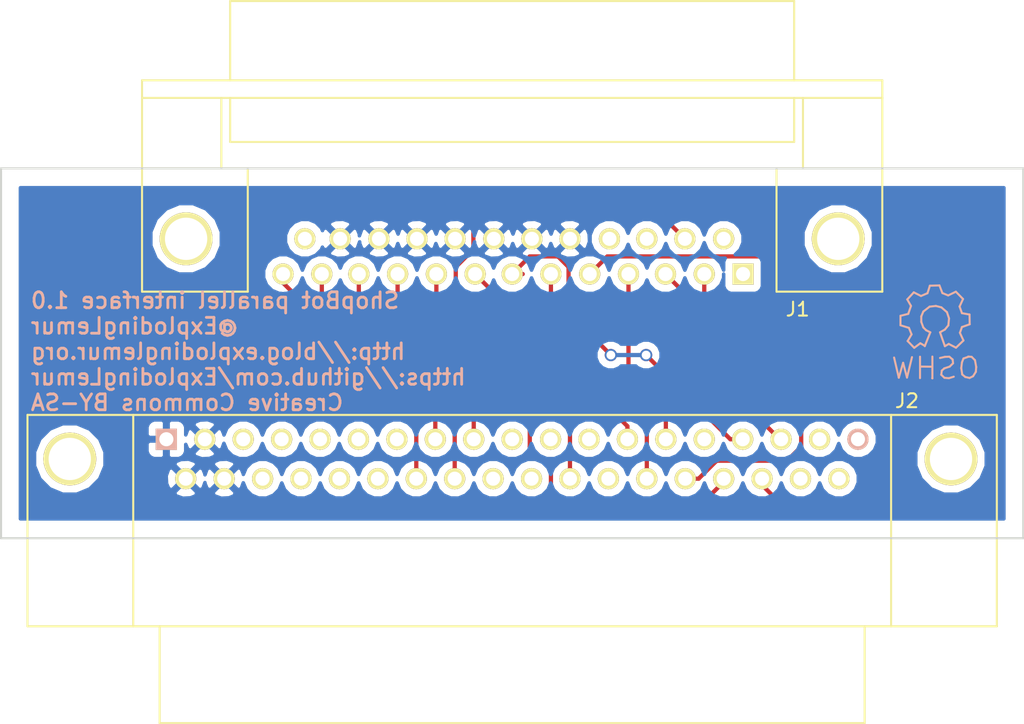
<source format=kicad_pcb>
(kicad_pcb (version 4) (host pcbnew "(2014-08-05 BZR 5054)-product")

  (general
    (links 23)
    (no_connects 0)
    (area 114.224999 56.236799 193.411655 108.863201)
    (thickness 1.6)
    (drawings 5)
    (tracks 71)
    (zones 0)
    (modules 3)
    (nets 40)
  )

  (page A4)
  (layers
    (0 F.Cu signal)
    (31 B.Cu signal)
    (32 B.Adhes user)
    (33 F.Adhes user)
    (34 B.Paste user)
    (35 F.Paste user)
    (36 B.SilkS user)
    (37 F.SilkS user)
    (38 B.Mask user)
    (39 F.Mask user)
    (40 Dwgs.User user)
    (41 Cmts.User user)
    (42 Eco1.User user)
    (43 Eco2.User user)
    (44 Edge.Cuts user)
    (45 Margin user)
    (46 B.CrtYd user)
    (47 F.CrtYd user)
    (48 B.Fab user)
    (49 F.Fab user)
  )

  (setup
    (last_trace_width 0.3048)
    (trace_clearance 0.2032)
    (zone_clearance 0.508)
    (zone_45_only no)
    (trace_min 0.254)
    (segment_width 0.2)
    (edge_width 0.1)
    (via_size 0.889)
    (via_drill 0.635)
    (via_min_size 0.889)
    (via_min_drill 0.508)
    (uvia_size 0.508)
    (uvia_drill 0.127)
    (uvias_allowed no)
    (uvia_min_size 0.508)
    (uvia_min_drill 0.127)
    (pcb_text_width 0.3)
    (pcb_text_size 1.5 1.5)
    (mod_edge_width 0.15)
    (mod_text_size 1 1)
    (mod_text_width 0.15)
    (pad_size 1.5 1.5)
    (pad_drill 0.6)
    (pad_to_mask_clearance 0)
    (aux_axis_origin 0 0)
    (visible_elements FFFFFF7F)
    (pcbplotparams
      (layerselection 0x010f0_80000001)
      (usegerberextensions true)
      (excludeedgelayer true)
      (linewidth 0.100000)
      (plotframeref false)
      (viasonmask false)
      (mode 1)
      (useauxorigin false)
      (hpglpennumber 1)
      (hpglpenspeed 20)
      (hpglpendiameter 15)
      (hpglpenoverlay 2)
      (psnegative false)
      (psa4output false)
      (plotreference true)
      (plotvalue true)
      (plotinvisibletext false)
      (padsonsilk false)
      (subtractmaskfromsilk false)
      (outputformat 1)
      (mirror false)
      (drillshape 0)
      (scaleselection 1)
      (outputdirectory /home/change/Documents/kicad/shopbot-interface/gerbers/))
  )

  (net 0 "")
  (net 1 IN_4)
  (net 2 IN_3)
  (net 3 IN_2)
  (net 4 IN_1)
  (net 5 A_DIR)
  (net 6 A_STEP)
  (net 7 Z_DIR)
  (net 8 Z_STEP)
  (net 9 Y_DIR)
  (net 10 Y_STEP)
  (net 11 X_DIR)
  (net 12 X_STEP)
  (net 13 "Net-(J1-Pad1)")
  (net 14 "Net-(J1-Pad25)")
  (net 15 GND)
  (net 16 "Net-(J1-Pad17)")
  (net 17 "Net-(J1-Pad16)")
  (net 18 ENABLE)
  (net 19 "Net-(J1-Pad14)")
  (net 20 "Net-(J2-Pad19)")
  (net 21 "Net-(J2-Pad18)")
  (net 22 "Net-(J2-Pad15)")
  (net 23 "Net-(J2-Pad12)")
  (net 24 IN_5)
  (net 25 IN_7)
  (net 26 "Net-(J2-Pad7)")
  (net 27 "Net-(J2-Pad6)")
  (net 28 "Net-(J2-Pad5)")
  (net 29 "Net-(J2-Pad4)")
  (net 30 "Net-(J2-Pad3)")
  (net 31 "Net-(J2-Pad37)")
  (net 32 "Net-(J2-Pad36)")
  (net 33 "Net-(J2-Pad31)")
  (net 34 IN_6)
  (net 35 IN_8)
  (net 36 "Net-(J2-Pad25)")
  (net 37 "Net-(J2-Pad24)")
  (net 38 "Net-(J2-Pad23)")
  (net 39 "Net-(J2-Pad22)")

  (net_class Default "This is the default net class."
    (clearance 0.2032)
    (trace_width 0.3048)
    (via_dia 0.889)
    (via_drill 0.635)
    (uvia_dia 0.508)
    (uvia_drill 0.127)
    (add_net A_DIR)
    (add_net A_STEP)
    (add_net ENABLE)
    (add_net GND)
    (add_net IN_1)
    (add_net IN_2)
    (add_net IN_3)
    (add_net IN_4)
    (add_net IN_5)
    (add_net IN_6)
    (add_net IN_7)
    (add_net IN_8)
    (add_net "Net-(J1-Pad1)")
    (add_net "Net-(J1-Pad14)")
    (add_net "Net-(J1-Pad16)")
    (add_net "Net-(J1-Pad17)")
    (add_net "Net-(J1-Pad25)")
    (add_net "Net-(J2-Pad12)")
    (add_net "Net-(J2-Pad15)")
    (add_net "Net-(J2-Pad18)")
    (add_net "Net-(J2-Pad19)")
    (add_net "Net-(J2-Pad22)")
    (add_net "Net-(J2-Pad23)")
    (add_net "Net-(J2-Pad24)")
    (add_net "Net-(J2-Pad25)")
    (add_net "Net-(J2-Pad3)")
    (add_net "Net-(J2-Pad31)")
    (add_net "Net-(J2-Pad36)")
    (add_net "Net-(J2-Pad37)")
    (add_net "Net-(J2-Pad4)")
    (add_net "Net-(J2-Pad5)")
    (add_net "Net-(J2-Pad6)")
    (add_net "Net-(J2-Pad7)")
    (add_net X_DIR)
    (add_net X_STEP)
    (add_net Y_DIR)
    (add_net Y_STEP)
    (add_net Z_DIR)
    (add_net Z_STEP)
  )

  (module Connect:DB25MC (layer F.Cu) (tedit 55D67D3F) (tstamp 55D66DAF)
    (at 151.13 74.93)
    (descr "Connecteur DB25 MALE couche")
    (tags "CONN DB25")
    (path /55D51A5A)
    (fp_text reference J1 (at 20.574 3.81) (layer F.SilkS)
      (effects (font (size 1 1) (thickness 0.15)))
    )
    (fp_text value DB25 (at 0 -6.35) (layer F.Fab) hide
      (effects (font (size 1 1) (thickness 0.15)))
    )
    (fp_line (start 26.67 -11.43) (end 26.67 2.54) (layer F.SilkS) (width 0.15))
    (fp_line (start 19.05 -6.35) (end 19.05 2.54) (layer F.SilkS) (width 0.15))
    (fp_line (start 20.955 -11.43) (end 20.955 -6.35) (layer F.SilkS) (width 0.15))
    (fp_line (start -20.955 -11.43) (end -20.955 -6.35) (layer F.SilkS) (width 0.15))
    (fp_line (start -19.05 -6.35) (end -19.05 2.54) (layer F.SilkS) (width 0.15))
    (fp_line (start -26.67 2.54) (end -26.67 -11.43) (layer F.SilkS) (width 0.15))
    (fp_line (start 26.67 -6.35) (end 19.05 -6.35) (layer F.SilkS) (width 0.15))
    (fp_line (start -26.67 -6.35) (end -19.05 -6.35) (layer F.SilkS) (width 0.15))
    (fp_line (start 20.32 -8.255) (end 20.32 -11.43) (layer F.SilkS) (width 0.15))
    (fp_line (start -20.32 -8.255) (end -20.32 -11.43) (layer F.SilkS) (width 0.15))
    (fp_line (start 20.32 -18.415) (end 20.32 -12.7) (layer F.SilkS) (width 0.15))
    (fp_line (start -20.32 -18.415) (end -20.32 -12.7) (layer F.SilkS) (width 0.15))
    (fp_line (start 26.67 -11.43) (end 26.67 -12.7) (layer F.SilkS) (width 0.15))
    (fp_line (start 26.67 -12.7) (end -26.67 -12.7) (layer F.SilkS) (width 0.15))
    (fp_line (start -26.67 -12.7) (end -26.67 -11.43) (layer F.SilkS) (width 0.15))
    (fp_line (start -26.67 -11.43) (end 26.67 -11.43) (layer F.SilkS) (width 0.15))
    (fp_line (start 19.05 2.54) (end 26.67 2.54) (layer F.SilkS) (width 0.15))
    (fp_line (start -20.32 -8.255) (end 20.32 -8.255) (layer F.SilkS) (width 0.15))
    (fp_line (start -20.32 -18.415) (end 20.32 -18.415) (layer F.SilkS) (width 0.15))
    (fp_line (start -26.67 2.54) (end -19.05 2.54) (layer F.SilkS) (width 0.15))
    (pad "" thru_hole circle (at 23.495 -1.27) (size 3.81 3.81) (drill 3.048) (layers *.Cu *.Mask F.SilkS))
    (pad "" thru_hole circle (at -23.495 -1.27) (size 3.81 3.81) (drill 3.048) (layers *.Cu *.Mask F.SilkS))
    (pad 13 thru_hole circle (at -16.51 1.27) (size 1.524 1.524) (drill 1.016) (layers *.Cu *.Mask F.SilkS)
      (net 1 IN_4))
    (pad 12 thru_hole circle (at -13.716 1.27) (size 1.524 1.524) (drill 1.016) (layers *.Cu *.Mask F.SilkS)
      (net 2 IN_3))
    (pad 11 thru_hole circle (at -11.049 1.27) (size 1.524 1.524) (drill 1.016) (layers *.Cu *.Mask F.SilkS)
      (net 3 IN_2))
    (pad 10 thru_hole circle (at -8.255 1.27) (size 1.524 1.524) (drill 1.016) (layers *.Cu *.Mask F.SilkS)
      (net 4 IN_1))
    (pad 9 thru_hole circle (at -5.461 1.27) (size 1.524 1.524) (drill 1.016) (layers *.Cu *.Mask F.SilkS)
      (net 5 A_DIR))
    (pad 8 thru_hole circle (at -2.667 1.27) (size 1.524 1.524) (drill 1.016) (layers *.Cu *.Mask F.SilkS)
      (net 6 A_STEP))
    (pad 7 thru_hole circle (at 0 1.27) (size 1.524 1.524) (drill 1.016) (layers *.Cu *.Mask F.SilkS)
      (net 7 Z_DIR))
    (pad 6 thru_hole circle (at 2.794 1.27) (size 1.524 1.524) (drill 1.016) (layers *.Cu *.Mask F.SilkS)
      (net 8 Z_STEP))
    (pad 5 thru_hole circle (at 5.588 1.27) (size 1.524 1.524) (drill 1.016) (layers *.Cu *.Mask F.SilkS)
      (net 9 Y_DIR))
    (pad 4 thru_hole circle (at 8.382 1.27) (size 1.524 1.524) (drill 1.016) (layers *.Cu *.Mask F.SilkS)
      (net 10 Y_STEP))
    (pad 3 thru_hole circle (at 11.049 1.27) (size 1.524 1.524) (drill 1.016) (layers *.Cu *.Mask F.SilkS)
      (net 11 X_DIR))
    (pad 2 thru_hole circle (at 13.843 1.27) (size 1.524 1.524) (drill 1.016) (layers *.Cu *.Mask F.SilkS)
      (net 12 X_STEP))
    (pad 1 thru_hole rect (at 16.637 1.27) (size 1.524 1.524) (drill 1.016) (layers *.Cu *.Mask F.SilkS)
      (net 13 "Net-(J1-Pad1)"))
    (pad 25 thru_hole circle (at -14.9352 -1.27) (size 1.524 1.524) (drill 1.016) (layers *.Cu *.Mask F.SilkS)
      (net 14 "Net-(J1-Pad25)"))
    (pad 24 thru_hole circle (at -12.3952 -1.27) (size 1.524 1.524) (drill 1.016) (layers *.Cu *.Mask F.SilkS)
      (net 15 GND))
    (pad 23 thru_hole circle (at -9.6012 -1.27) (size 1.524 1.524) (drill 1.016) (layers *.Cu *.Mask F.SilkS)
      (net 15 GND))
    (pad 22 thru_hole circle (at -6.858 -1.27) (size 1.524 1.524) (drill 1.016) (layers *.Cu *.Mask F.SilkS)
      (net 15 GND))
    (pad 21 thru_hole circle (at -4.1148 -1.27) (size 1.524 1.524) (drill 1.016) (layers *.Cu *.Mask F.SilkS)
      (net 15 GND))
    (pad 20 thru_hole circle (at -1.3208 -1.27) (size 1.524 1.524) (drill 1.016) (layers *.Cu *.Mask F.SilkS)
      (net 15 GND))
    (pad 19 thru_hole circle (at 1.4224 -1.27) (size 1.524 1.524) (drill 1.016) (layers *.Cu *.Mask F.SilkS)
      (net 15 GND))
    (pad 18 thru_hole circle (at 4.1656 -1.27) (size 1.524 1.524) (drill 1.016) (layers *.Cu *.Mask F.SilkS)
      (net 15 GND))
    (pad 17 thru_hole circle (at 7.0104 -1.27) (size 1.524 1.524) (drill 1.016) (layers *.Cu *.Mask F.SilkS)
      (net 16 "Net-(J1-Pad17)"))
    (pad 16 thru_hole circle (at 9.7028 -1.27) (size 1.524 1.524) (drill 1.016) (layers *.Cu *.Mask F.SilkS)
      (net 17 "Net-(J1-Pad16)"))
    (pad 15 thru_hole circle (at 12.446 -1.27) (size 1.524 1.524) (drill 1.016) (layers *.Cu *.Mask F.SilkS)
      (net 18 ENABLE))
    (pad 14 thru_hole circle (at 15.24 -1.27) (size 1.524 1.524) (drill 1.016) (layers *.Cu *.Mask F.SilkS)
      (net 19 "Net-(J1-Pad14)"))
    (model Connect.3dshapes/DB25MC.wrl
      (at (xyz 0 0 0))
      (scale (xyz 1 1 1))
      (rotate (xyz 0 0 0))
    )
  )

  (module "My Library:DB37MC" (layer F.Cu) (tedit 55D67D47) (tstamp 55D66DDA)
    (at 151.13 89.535 180)
    (descr "Connecteur DB37 femelle couche")
    (tags "CONN DB37")
    (path /55D51AFE)
    (fp_text reference J2 (at -28.448 4.191 360) (layer F.SilkS)
      (effects (font (size 1 1) (thickness 0.15)))
    )
    (fp_text value DB37 (at 0 -7.62 180) (layer F.Fab) hide
      (effects (font (size 1 1) (thickness 0.15)))
    )
    (fp_line (start 34.925 3.175) (end -34.925 3.175) (layer F.SilkS) (width 0.15))
    (fp_line (start -34.925 3.175) (end -34.925 -12.065) (layer F.SilkS) (width 0.15))
    (fp_line (start -34.925 -12.065) (end 34.925 -12.065) (layer F.SilkS) (width 0.15))
    (fp_line (start 34.925 -12.065) (end 34.925 3.175) (layer F.SilkS) (width 0.15))
    (fp_line (start 25.4 -12.065) (end 25.4 -19.05) (layer F.SilkS) (width 0.15))
    (fp_line (start 25.4 -19.05) (end -25.4 -19.05) (layer F.SilkS) (width 0.15))
    (fp_line (start -25.4 -19.05) (end -25.4 -12.065) (layer F.SilkS) (width 0.15))
    (fp_line (start 27.305 -12.065) (end 27.305 3.175) (layer F.SilkS) (width 0.15))
    (fp_line (start -27.305 -12.065) (end -27.305 3.175) (layer F.SilkS) (width 0.15))
    (pad 19 thru_hole circle (at -24.9174 1.4224) (size 1.524 1.524) (drill 1.016) (layers *.Cu *.SilkS *.Mask)
      (net 20 "Net-(J2-Pad19)"))
    (pad 18 thru_hole circle (at -22.1488 1.4224) (size 1.524 1.524) (drill 1.016) (layers *.Cu *.Mask F.SilkS)
      (net 21 "Net-(J2-Pad18)"))
    (pad 17 thru_hole circle (at -19.3802 1.4224) (size 1.524 1.524) (drill 1.016) (layers *.Cu *.Mask F.SilkS)
      (net 11 X_DIR))
    (pad 16 thru_hole circle (at -16.6116 1.4224) (size 1.524 1.524) (drill 1.016) (layers *.Cu *.Mask F.SilkS)
      (net 7 Z_DIR))
    (pad 15 thru_hole circle (at -13.843 1.4224) (size 1.524 1.524) (drill 1.016) (layers *.Cu *.Mask F.SilkS)
      (net 22 "Net-(J2-Pad15)"))
    (pad 14 thru_hole circle (at -11.0744 1.4224) (size 1.524 1.524) (drill 1.016) (layers *.Cu *.Mask F.SilkS)
      (net 10 Y_STEP))
    (pad 13 thru_hole circle (at -8.3058 1.4224) (size 1.524 1.524) (drill 1.016) (layers *.Cu *.Mask F.SilkS)
      (net 6 A_STEP))
    (pad 12 thru_hole circle (at -5.5372 1.4224) (size 1.524 1.524) (drill 1.016) (layers *.Cu *.Mask F.SilkS)
      (net 23 "Net-(J2-Pad12)"))
    (pad 11 thru_hole circle (at -2.7686 1.4224) (size 1.524 1.524) (drill 1.016) (layers *.Cu *.Mask F.SilkS)
      (net 24 IN_5))
    (pad ? thru_hole circle (at -31.623 0) (size 3.81 3.81) (drill 3.048) (layers *.Cu *.Mask F.SilkS))
    (pad ? thru_hole circle (at 31.877 0) (size 3.81 3.81) (drill 3.048) (layers *.Cu *.Mask F.SilkS))
    (pad 10 thru_hole circle (at 0 1.4224) (size 1.524 1.524) (drill 1.016) (layers *.Cu *.Mask F.SilkS)
      (net 25 IN_7))
    (pad 9 thru_hole circle (at 2.7686 1.4224) (size 1.524 1.524) (drill 1.016) (layers *.Cu *.Mask F.SilkS)
      (net 4 IN_1))
    (pad 8 thru_hole circle (at 5.5372 1.4224) (size 1.524 1.524) (drill 1.016) (layers *.Cu *.Mask F.SilkS)
      (net 2 IN_3))
    (pad 7 thru_hole circle (at 8.3058 1.4224) (size 1.524 1.524) (drill 1.016) (layers *.Cu *.Mask F.SilkS)
      (net 26 "Net-(J2-Pad7)"))
    (pad 6 thru_hole circle (at 11.0744 1.4224) (size 1.524 1.524) (drill 1.016) (layers *.Cu *.Mask F.SilkS)
      (net 27 "Net-(J2-Pad6)"))
    (pad 5 thru_hole circle (at 13.843 1.4224) (size 1.524 1.524) (drill 1.016) (layers *.Cu *.Mask F.SilkS)
      (net 28 "Net-(J2-Pad5)"))
    (pad 4 thru_hole circle (at 16.6116 1.4224) (size 1.524 1.524) (drill 1.016) (layers *.Cu *.Mask F.SilkS)
      (net 29 "Net-(J2-Pad4)"))
    (pad 3 thru_hole circle (at 19.3802 1.4224) (size 1.524 1.524) (drill 1.016) (layers *.Cu *.Mask F.SilkS)
      (net 30 "Net-(J2-Pad3)"))
    (pad 2 thru_hole circle (at 22.1488 1.4224) (size 1.524 1.524) (drill 1.016) (layers *.Cu *.Mask F.SilkS)
      (net 15 GND))
    (pad 1 thru_hole rect (at 24.9174 1.4224) (size 1.524 1.524) (drill 1.016) (layers *.Cu *.SilkS *.Mask)
      (net 15 GND))
    (pad 37 thru_hole circle (at -23.5458 -1.4224) (size 1.524 1.524) (drill 1.016) (layers *.Cu *.Mask F.SilkS)
      (net 31 "Net-(J2-Pad37)"))
    (pad 36 thru_hole circle (at -20.7772 -1.4224) (size 1.524 1.524) (drill 1.016) (layers *.Cu *.Mask F.SilkS)
      (net 32 "Net-(J2-Pad36)"))
    (pad 35 thru_hole circle (at -18.0086 -1.4224) (size 1.524 1.524) (drill 1.016) (layers *.Cu *.Mask F.SilkS)
      (net 9 Y_DIR))
    (pad 34 thru_hole circle (at -15.24 -1.4224) (size 1.524 1.524) (drill 1.016) (layers *.Cu *.Mask F.SilkS)
      (net 5 A_DIR))
    (pad 33 thru_hole circle (at -12.4714 -1.4224) (size 1.524 1.524) (drill 1.016) (layers *.Cu *.Mask F.SilkS)
      (net 12 X_STEP))
    (pad 32 thru_hole circle (at -9.7028 -1.4224) (size 1.524 1.524) (drill 1.016) (layers *.Cu *.Mask F.SilkS)
      (net 8 Z_STEP))
    (pad 31 thru_hole circle (at -6.9342 -1.4224) (size 1.524 1.524) (drill 1.016) (layers *.Cu *.Mask F.SilkS)
      (net 33 "Net-(J2-Pad31)"))
    (pad 30 thru_hole circle (at -4.1656 -1.4224) (size 1.524 1.524) (drill 1.016) (layers *.Cu *.Mask F.SilkS)
      (net 18 ENABLE))
    (pad 29 thru_hole circle (at -1.397 -1.4224) (size 1.524 1.524) (drill 1.016) (layers *.Cu *.Mask F.SilkS)
      (net 34 IN_6))
    (pad 28 thru_hole circle (at 1.3716 -1.4224) (size 1.524 1.524) (drill 1.016) (layers *.Cu *.Mask F.SilkS)
      (net 35 IN_8))
    (pad 27 thru_hole circle (at 4.1402 -1.4224) (size 1.524 1.524) (drill 1.016) (layers *.Cu *.Mask F.SilkS)
      (net 3 IN_2))
    (pad 26 thru_hole circle (at 6.9088 -1.4224) (size 1.524 1.524) (drill 1.016) (layers *.Cu *.Mask F.SilkS)
      (net 1 IN_4))
    (pad 25 thru_hole circle (at 9.6774 -1.4224) (size 1.524 1.524) (drill 1.016) (layers *.Cu *.Mask F.SilkS)
      (net 36 "Net-(J2-Pad25)"))
    (pad 24 thru_hole circle (at 12.446 -1.4224) (size 1.524 1.524) (drill 1.016) (layers *.Cu *.Mask F.SilkS)
      (net 37 "Net-(J2-Pad24)"))
    (pad 23 thru_hole circle (at 15.2146 -1.4224) (size 1.524 1.524) (drill 1.016) (layers *.Cu *.Mask F.SilkS)
      (net 38 "Net-(J2-Pad23)"))
    (pad 22 thru_hole circle (at 17.9832 -1.4224) (size 1.524 1.524) (drill 1.016) (layers *.Cu *.Mask F.SilkS)
      (net 39 "Net-(J2-Pad22)"))
    (pad 21 thru_hole circle (at 20.7518 -1.4224) (size 1.524 1.524) (drill 1.016) (layers *.Cu *.Mask F.SilkS)
      (net 15 GND))
    (pad 20 thru_hole circle (at 23.5204 -1.4224) (size 1.524 1.524) (drill 1.016) (layers *.Cu *.Mask F.SilkS)
      (net 15 GND))
    (model Connect.3dshapes/DB37FC.wrl
      (at (xyz 0 0 0))
      (scale (xyz 1 1 1))
      (rotate (xyz 0 0 0))
    )
  )

  (module "My Library:Symbol_OSHW-Logo_SilkScreen" (layer B.Cu) (tedit 55D682AA) (tstamp 55D6835B)
    (at 181.61 79.502 180)
    (descr "Symbol, OSHW-Logo, Silk Screen,")
    (tags "Symbol, OSHW-Logo, Silk Screen,")
    (fp_text reference REF** (at 0.09906 4.38912 180) (layer B.SilkS) hide
      (effects (font (size 1 1) (thickness 0.15)) (justify mirror))
    )
    (fp_text value Symbol_OSHW-Logo_SilkScreen (at 0.30988 -6.56082 180) (layer B.Fab) hide
      (effects (font (size 1 1) (thickness 0.15)) (justify mirror))
    )
    (fp_line (start 1.66878 -2.68986) (end 2.02946 -4.16052) (layer B.SilkS) (width 0.15))
    (fp_line (start 2.02946 -4.16052) (end 2.30886 -3.0988) (layer B.SilkS) (width 0.15))
    (fp_line (start 2.30886 -3.0988) (end 2.61874 -4.17068) (layer B.SilkS) (width 0.15))
    (fp_line (start 2.61874 -4.17068) (end 2.9591 -2.72034) (layer B.SilkS) (width 0.15))
    (fp_line (start 0.24892 -3.38074) (end 1.03886 -3.37058) (layer B.SilkS) (width 0.15))
    (fp_line (start 1.03886 -3.37058) (end 1.04902 -3.38074) (layer B.SilkS) (width 0.15))
    (fp_line (start 1.04902 -3.38074) (end 1.04902 -3.37058) (layer B.SilkS) (width 0.15))
    (fp_line (start 1.08966 -2.65938) (end 1.08966 -4.20116) (layer B.SilkS) (width 0.15))
    (fp_line (start 0.20066 -2.64922) (end 0.20066 -4.21894) (layer B.SilkS) (width 0.15))
    (fp_line (start 0.20066 -4.21894) (end 0.21082 -4.20878) (layer B.SilkS) (width 0.15))
    (fp_line (start -0.35052 -2.75082) (end -0.70104 -2.66954) (layer B.SilkS) (width 0.15))
    (fp_line (start -0.70104 -2.66954) (end -1.02108 -2.65938) (layer B.SilkS) (width 0.15))
    (fp_line (start -1.02108 -2.65938) (end -1.25984 -2.86004) (layer B.SilkS) (width 0.15))
    (fp_line (start -1.25984 -2.86004) (end -1.29032 -3.12928) (layer B.SilkS) (width 0.15))
    (fp_line (start -1.29032 -3.12928) (end -1.04902 -3.37058) (layer B.SilkS) (width 0.15))
    (fp_line (start -1.04902 -3.37058) (end -0.6604 -3.50012) (layer B.SilkS) (width 0.15))
    (fp_line (start -0.6604 -3.50012) (end -0.48006 -3.66014) (layer B.SilkS) (width 0.15))
    (fp_line (start -0.48006 -3.66014) (end -0.43942 -3.95986) (layer B.SilkS) (width 0.15))
    (fp_line (start -0.43942 -3.95986) (end -0.67056 -4.18084) (layer B.SilkS) (width 0.15))
    (fp_line (start -0.67056 -4.18084) (end -0.9906 -4.20878) (layer B.SilkS) (width 0.15))
    (fp_line (start -0.9906 -4.20878) (end -1.34112 -4.09956) (layer B.SilkS) (width 0.15))
    (fp_line (start -2.37998 -2.64922) (end -2.6289 -2.66954) (layer B.SilkS) (width 0.15))
    (fp_line (start -2.6289 -2.66954) (end -2.8702 -2.91084) (layer B.SilkS) (width 0.15))
    (fp_line (start -2.8702 -2.91084) (end -2.9591 -3.40106) (layer B.SilkS) (width 0.15))
    (fp_line (start -2.9591 -3.40106) (end -2.93116 -3.74904) (layer B.SilkS) (width 0.15))
    (fp_line (start -2.93116 -3.74904) (end -2.7305 -4.06908) (layer B.SilkS) (width 0.15))
    (fp_line (start -2.7305 -4.06908) (end -2.47904 -4.191) (layer B.SilkS) (width 0.15))
    (fp_line (start -2.47904 -4.191) (end -2.16916 -4.11988) (layer B.SilkS) (width 0.15))
    (fp_line (start -2.16916 -4.11988) (end -1.95072 -3.93954) (layer B.SilkS) (width 0.15))
    (fp_line (start -1.95072 -3.93954) (end -1.8796 -3.4798) (layer B.SilkS) (width 0.15))
    (fp_line (start -1.8796 -3.4798) (end -1.9304 -3.07086) (layer B.SilkS) (width 0.15))
    (fp_line (start -1.9304 -3.07086) (end -2.03962 -2.78892) (layer B.SilkS) (width 0.15))
    (fp_line (start -2.03962 -2.78892) (end -2.4003 -2.65938) (layer B.SilkS) (width 0.15))
    (fp_line (start -1.78054 -0.92964) (end -2.03962 -1.49098) (layer B.SilkS) (width 0.15))
    (fp_line (start -2.03962 -1.49098) (end -1.50114 -2.00914) (layer B.SilkS) (width 0.15))
    (fp_line (start -1.50114 -2.00914) (end -0.98044 -1.7399) (layer B.SilkS) (width 0.15))
    (fp_line (start -0.98044 -1.7399) (end -0.70104 -1.89992) (layer B.SilkS) (width 0.15))
    (fp_line (start 0.73914 -1.8796) (end 1.06934 -1.6891) (layer B.SilkS) (width 0.15))
    (fp_line (start 1.06934 -1.6891) (end 1.50876 -2.0193) (layer B.SilkS) (width 0.15))
    (fp_line (start 1.50876 -2.0193) (end 1.9812 -1.52908) (layer B.SilkS) (width 0.15))
    (fp_line (start 1.9812 -1.52908) (end 1.69926 -1.04902) (layer B.SilkS) (width 0.15))
    (fp_line (start 1.69926 -1.04902) (end 1.88976 -0.57912) (layer B.SilkS) (width 0.15))
    (fp_line (start 1.88976 -0.57912) (end 2.49936 -0.39116) (layer B.SilkS) (width 0.15))
    (fp_line (start 2.49936 -0.39116) (end 2.49936 0.28956) (layer B.SilkS) (width 0.15))
    (fp_line (start 2.49936 0.28956) (end 1.94056 0.42926) (layer B.SilkS) (width 0.15))
    (fp_line (start 1.94056 0.42926) (end 1.7399 1.00076) (layer B.SilkS) (width 0.15))
    (fp_line (start 1.7399 1.00076) (end 2.00914 1.47066) (layer B.SilkS) (width 0.15))
    (fp_line (start 2.00914 1.47066) (end 1.53924 1.9812) (layer B.SilkS) (width 0.15))
    (fp_line (start 1.53924 1.9812) (end 1.02108 1.71958) (layer B.SilkS) (width 0.15))
    (fp_line (start 1.02108 1.71958) (end 0.55118 1.92024) (layer B.SilkS) (width 0.15))
    (fp_line (start 0.55118 1.92024) (end 0.381 2.46126) (layer B.SilkS) (width 0.15))
    (fp_line (start 0.381 2.46126) (end -0.30988 2.47904) (layer B.SilkS) (width 0.15))
    (fp_line (start -0.30988 2.47904) (end -0.5207 1.9304) (layer B.SilkS) (width 0.15))
    (fp_line (start -0.5207 1.9304) (end -0.9398 1.76022) (layer B.SilkS) (width 0.15))
    (fp_line (start -0.9398 1.76022) (end -1.49098 2.02946) (layer B.SilkS) (width 0.15))
    (fp_line (start -1.49098 2.02946) (end -2.00914 1.50114) (layer B.SilkS) (width 0.15))
    (fp_line (start -2.00914 1.50114) (end -1.76022 0.96012) (layer B.SilkS) (width 0.15))
    (fp_line (start -1.76022 0.96012) (end -1.9304 0.48006) (layer B.SilkS) (width 0.15))
    (fp_line (start -1.9304 0.48006) (end -2.47904 0.381) (layer B.SilkS) (width 0.15))
    (fp_line (start -2.47904 0.381) (end -2.4892 -0.32004) (layer B.SilkS) (width 0.15))
    (fp_line (start -2.4892 -0.32004) (end -1.9304 -0.5207) (layer B.SilkS) (width 0.15))
    (fp_line (start -1.9304 -0.5207) (end -1.7907 -0.91948) (layer B.SilkS) (width 0.15))
    (fp_line (start 0.35052 -0.89916) (end 0.65024 -0.7493) (layer B.SilkS) (width 0.15))
    (fp_line (start 0.65024 -0.7493) (end 0.8509 -0.55118) (layer B.SilkS) (width 0.15))
    (fp_line (start 0.8509 -0.55118) (end 1.00076 -0.14986) (layer B.SilkS) (width 0.15))
    (fp_line (start 1.00076 -0.14986) (end 1.00076 0.24892) (layer B.SilkS) (width 0.15))
    (fp_line (start 1.00076 0.24892) (end 0.8509 0.59944) (layer B.SilkS) (width 0.15))
    (fp_line (start 0.8509 0.59944) (end 0.39878 0.94996) (layer B.SilkS) (width 0.15))
    (fp_line (start 0.39878 0.94996) (end -0.0508 1.00076) (layer B.SilkS) (width 0.15))
    (fp_line (start -0.0508 1.00076) (end -0.44958 0.89916) (layer B.SilkS) (width 0.15))
    (fp_line (start -0.44958 0.89916) (end -0.8509 0.55118) (layer B.SilkS) (width 0.15))
    (fp_line (start -0.8509 0.55118) (end -1.00076 0.09906) (layer B.SilkS) (width 0.15))
    (fp_line (start -1.00076 0.09906) (end -0.94996 -0.39878) (layer B.SilkS) (width 0.15))
    (fp_line (start -0.94996 -0.39878) (end -0.70104 -0.70104) (layer B.SilkS) (width 0.15))
    (fp_line (start -0.70104 -0.70104) (end -0.35052 -0.89916) (layer B.SilkS) (width 0.15))
    (fp_line (start -0.35052 -0.89916) (end -0.70104 -1.89992) (layer B.SilkS) (width 0.15))
    (fp_line (start 0.35052 -0.89916) (end 0.7493 -1.89992) (layer B.SilkS) (width 0.15))
  )

  (gr_text "ShopBot parallel interface 1.0\n@ExplodingLemur\nhttp://blog.explodinglemur.org\nhttps://github.com/ExplodingLemur\nCreative Commons BY-SA" (at 116.332 81.788) (layer B.SilkS)
    (effects (font (size 1.143 1.143) (thickness 0.2032)) (justify right mirror))
  )
  (gr_line (start 114.3 95.25) (end 187.96 95.25) (angle 90) (layer Edge.Cuts) (width 0.15))
  (gr_line (start 114.3 68.58) (end 114.3 95.25) (angle 90) (layer Edge.Cuts) (width 0.15))
  (gr_line (start 187.96 68.58) (end 114.3 68.58) (angle 90) (layer Edge.Cuts) (width 0.15))
  (gr_line (start 187.96 95.25) (end 187.96 68.58) (angle 90) (layer Edge.Cuts) (width 0.15))

  (segment (start 134.62 76.835) (end 134.62 76.2) (width 0.3048) (layer B.Cu) (net 1) (tstamp 55D6756F) (status 20))
  (segment (start 134.62 76.835) (end 134.62 76.2) (width 0.3048) (layer F.Cu) (net 1) (tstamp 55D67711))
  (segment (start 144.2212 86.4362) (end 134.62 76.835) (width 0.3048) (layer F.Cu) (net 1) (tstamp 55D6770F))
  (segment (start 144.2212 90.9574) (end 144.2212 86.4362) (width 0.3048) (layer F.Cu) (net 1))
  (segment (start 145.5928 85.9028) (end 137.414 77.724) (width 0.3048) (layer F.Cu) (net 2) (tstamp 55D6771F))
  (segment (start 137.414 77.724) (end 137.414 76.2) (width 0.3048) (layer F.Cu) (net 2) (tstamp 55D67726))
  (segment (start 145.5928 88.1126) (end 145.5928 85.9028) (width 0.3048) (layer F.Cu) (net 2))
  (segment (start 146.9898 85.3948) (end 140.081 78.486) (width 0.3048) (layer F.Cu) (net 3) (tstamp 55D6772A))
  (segment (start 140.081 78.486) (end 140.081 76.2) (width 0.3048) (layer F.Cu) (net 3) (tstamp 55D6772F))
  (segment (start 146.9898 90.9574) (end 146.9898 85.3948) (width 0.3048) (layer F.Cu) (net 3))
  (segment (start 148.3614 84.8614) (end 142.875 79.375) (width 0.3048) (layer F.Cu) (net 4) (tstamp 55D67733))
  (segment (start 142.875 79.375) (end 142.875 76.2) (width 0.3048) (layer F.Cu) (net 4) (tstamp 55D67736))
  (segment (start 148.3614 88.1126) (end 148.3614 84.8614) (width 0.3048) (layer F.Cu) (net 4))
  (segment (start 145.669 79.121) (end 145.669 76.2) (width 0.3048) (layer F.Cu) (net 5) (tstamp 55D67A97))
  (segment (start 152.4 85.852) (end 145.669 79.121) (width 0.3048) (layer F.Cu) (net 5) (tstamp 55D67A91))
  (segment (start 152.4 88.646) (end 152.4 85.852) (width 0.3048) (layer F.Cu) (net 5) (tstamp 55D67A89))
  (segment (start 153.924 90.17) (end 152.4 88.646) (width 0.3048) (layer F.Cu) (net 5) (tstamp 55D67A86))
  (segment (start 153.924 91.694) (end 153.924 90.17) (width 0.3048) (layer F.Cu) (net 5) (tstamp 55D67A83))
  (segment (start 154.94 92.71) (end 153.924 91.694) (width 0.3048) (layer F.Cu) (net 5) (tstamp 55D67A81))
  (segment (start 164.846 92.71) (end 154.94 92.71) (width 0.3048) (layer F.Cu) (net 5) (tstamp 55D67A7C))
  (segment (start 166.37 91.186) (end 164.846 92.71) (width 0.3048) (layer F.Cu) (net 5) (tstamp 55D67A79))
  (segment (start 166.37 90.9574) (end 166.37 91.186) (width 0.3048) (layer F.Cu) (net 5))
  (segment (start 159.4358 87.1728) (end 148.463 76.2) (width 0.3048) (layer F.Cu) (net 6) (tstamp 55D678EA))
  (segment (start 159.4358 88.1126) (end 159.4358 87.1728) (width 0.3048) (layer F.Cu) (net 6))
  (segment (start 151.13 76.2) (end 151.892 76.2) (width 0.3048) (layer F.Cu) (net 7))
  (segment (start 152.4 74.93) (end 151.13 76.2) (width 0.3048) (layer F.Cu) (net 7) (tstamp 55D67B88))
  (segment (start 154.432 74.93) (end 152.4 74.93) (width 0.3048) (layer F.Cu) (net 7) (tstamp 55D67B85))
  (segment (start 155.194 75.692) (end 154.432 74.93) (width 0.3048) (layer F.Cu) (net 7) (tstamp 55D67B83))
  (segment (start 155.194 78.994) (end 155.194 75.692) (width 0.3048) (layer F.Cu) (net 7) (tstamp 55D67B7F))
  (segment (start 158.242 82.042) (end 155.194 78.994) (width 0.3048) (layer F.Cu) (net 7) (tstamp 55D67B7E))
  (via (at 158.242 82.042) (size 0.889) (layers F.Cu B.Cu) (net 7))
  (segment (start 160.782 82.042) (end 158.242 82.042) (width 0.3048) (layer B.Cu) (net 7) (tstamp 55D67B78))
  (via (at 160.782 82.042) (size 0.889) (layers F.Cu B.Cu) (net 7))
  (segment (start 166.8526 88.1126) (end 160.782 82.042) (width 0.3048) (layer F.Cu) (net 7) (tstamp 55D67B72))
  (segment (start 167.7416 88.1126) (end 166.8526 88.1126) (width 0.3048) (layer F.Cu) (net 7))
  (segment (start 160.8328 86.4108) (end 153.924 79.502) (width 0.3048) (layer F.Cu) (net 8) (tstamp 55D678CA))
  (segment (start 153.924 79.502) (end 153.924 76.2) (width 0.3048) (layer F.Cu) (net 8) (tstamp 55D678D1))
  (segment (start 160.8328 90.9574) (end 160.8328 86.4108) (width 0.3048) (layer F.Cu) (net 8))
  (segment (start 157.988 74.93) (end 156.718 76.2) (width 0.3048) (layer F.Cu) (net 9) (tstamp 55D67BC3))
  (segment (start 169.164 74.93) (end 157.988 74.93) (width 0.3048) (layer F.Cu) (net 9) (tstamp 55D67BB9))
  (segment (start 169.672 75.438) (end 169.164 74.93) (width 0.3048) (layer F.Cu) (net 9) (tstamp 55D67BB8))
  (segment (start 169.672 78.994) (end 169.672 75.438) (width 0.3048) (layer F.Cu) (net 9) (tstamp 55D67BB1))
  (segment (start 178.054 87.376) (end 169.672 78.994) (width 0.3048) (layer F.Cu) (net 9) (tstamp 55D67BAB))
  (segment (start 178.054 90.424) (end 178.054 87.376) (width 0.3048) (layer F.Cu) (net 9) (tstamp 55D67BA7))
  (segment (start 175.768 92.71) (end 178.054 90.424) (width 0.3048) (layer F.Cu) (net 9) (tstamp 55D67BA4))
  (segment (start 170.434 92.71) (end 175.768 92.71) (width 0.3048) (layer F.Cu) (net 9) (tstamp 55D67BA0))
  (segment (start 169.1386 91.4146) (end 170.434 92.71) (width 0.3048) (layer F.Cu) (net 9) (tstamp 55D67B98))
  (segment (start 169.1386 90.9574) (end 169.1386 91.4146) (width 0.3048) (layer F.Cu) (net 9))
  (segment (start 162.2044 85.4964) (end 159.512 82.804) (width 0.3048) (layer F.Cu) (net 10) (tstamp 55D6794D))
  (segment (start 159.512 82.804) (end 159.512 76.2) (width 0.3048) (layer F.Cu) (net 10) (tstamp 55D67953))
  (segment (start 162.2044 88.1126) (end 162.2044 85.4964) (width 0.3048) (layer F.Cu) (net 10))
  (segment (start 163.322 77.343) (end 162.179 76.2) (width 0.3048) (layer F.Cu) (net 11) (tstamp 55D67936))
  (segment (start 163.322 81.026) (end 163.322 77.343) (width 0.3048) (layer F.Cu) (net 11) (tstamp 55D67932))
  (segment (start 170.4086 88.1126) (end 163.322 81.026) (width 0.3048) (layer F.Cu) (net 11) (tstamp 55D67926))
  (segment (start 170.5102 88.1126) (end 170.4086 88.1126) (width 0.3048) (layer F.Cu) (net 11))
  (segment (start 164.5666 90.9574) (end 165.862 89.662) (width 0.3048) (layer F.Cu) (net 12) (tstamp 55D67AEE))
  (segment (start 165.862 89.662) (end 170.942 89.662) (width 0.3048) (layer F.Cu) (net 12) (tstamp 55D67AF2))
  (segment (start 170.942 89.662) (end 171.958 88.646) (width 0.3048) (layer F.Cu) (net 12) (tstamp 55D67AFC))
  (segment (start 171.958 88.646) (end 171.958 86.868) (width 0.3048) (layer F.Cu) (net 12) (tstamp 55D67AFD))
  (segment (start 171.958 86.868) (end 164.973 79.883) (width 0.3048) (layer F.Cu) (net 12) (tstamp 55D67AFF))
  (segment (start 164.973 79.883) (end 164.973 76.2) (width 0.3048) (layer F.Cu) (net 12) (tstamp 55D67B0A))
  (segment (start 163.6014 90.9574) (end 164.5666 90.9574) (width 0.3048) (layer F.Cu) (net 12))
  (segment (start 155.2956 85.9536) (end 147.066 77.724) (width 0.3048) (layer F.Cu) (net 18) (tstamp 55D67B3A))
  (segment (start 147.066 77.724) (end 147.066 75.692) (width 0.3048) (layer F.Cu) (net 18) (tstamp 55D67B43))
  (segment (start 147.066 75.692) (end 148.082 74.676) (width 0.3048) (layer F.Cu) (net 18) (tstamp 55D67B45))
  (segment (start 148.082 74.676) (end 148.336 74.422) (width 0.3048) (layer F.Cu) (net 18) (tstamp 55D67B48))
  (segment (start 148.336 74.422) (end 148.336 72.644) (width 0.3048) (layer F.Cu) (net 18) (tstamp 55D67B4A))
  (segment (start 148.336 72.644) (end 149.352 71.628) (width 0.3048) (layer F.Cu) (net 18) (tstamp 55D67B4F))
  (segment (start 149.352 71.628) (end 161.544 71.628) (width 0.3048) (layer F.Cu) (net 18) (tstamp 55D67B54))
  (segment (start 161.544 71.628) (end 163.576 73.66) (width 0.3048) (layer F.Cu) (net 18) (tstamp 55D67B5B))
  (segment (start 155.2956 90.9574) (end 155.2956 85.9536) (width 0.3048) (layer F.Cu) (net 18))

  (zone (net 15) (net_name GND) (layer B.Cu) (tstamp 55D674B7) (hatch edge 0.508)
    (connect_pads (clearance 0.508))
    (min_thickness 0.254)
    (fill yes (arc_segments 16) (thermal_gap 0.508) (thermal_bridge_width 0.508))
    (polygon
      (pts
        (xy 115.57 69.85) (xy 115.57 93.98) (xy 186.69 93.98) (xy 186.69 69.85)
      )
    )
    (filled_polygon
      (pts
        (xy 186.563 93.853) (xy 185.29344 93.853) (xy 185.29344 89.031979) (xy 184.907563 88.098085) (xy 184.193673 87.382948)
        (xy 183.260454 86.995441) (xy 182.249979 86.99456) (xy 181.316085 87.380437) (xy 180.600948 88.094327) (xy 180.213441 89.027546)
        (xy 180.21256 90.038021) (xy 180.598437 90.971915) (xy 181.312327 91.687052) (xy 182.245546 92.074559) (xy 183.256021 92.07544)
        (xy 184.189915 91.689563) (xy 184.905052 90.975673) (xy 185.292559 90.042454) (xy 185.29344 89.031979) (xy 185.29344 93.853)
        (xy 177.444642 93.853) (xy 177.444642 87.835939) (xy 177.23241 87.322297) (xy 177.16544 87.255209) (xy 177.16544 73.156979)
        (xy 176.779563 72.223085) (xy 176.065673 71.507948) (xy 175.132454 71.120441) (xy 174.121979 71.11956) (xy 173.188085 71.505437)
        (xy 172.472948 72.219327) (xy 172.085441 73.152546) (xy 172.08456 74.163021) (xy 172.470437 75.096915) (xy 173.184327 75.812052)
        (xy 174.117546 76.199559) (xy 175.128021 76.20044) (xy 176.061915 75.814563) (xy 176.777052 75.100673) (xy 177.164559 74.167454)
        (xy 177.16544 73.156979) (xy 177.16544 87.255209) (xy 176.83977 86.928971) (xy 176.3265 86.715843) (xy 175.770739 86.715358)
        (xy 175.257097 86.92759) (xy 174.863771 87.32023) (xy 174.662868 87.804057) (xy 174.46381 87.322297) (xy 174.07117 86.928971)
        (xy 173.5579 86.715843) (xy 173.002139 86.715358) (xy 172.488497 86.92759) (xy 172.095171 87.32023) (xy 171.894268 87.804057)
        (xy 171.69521 87.322297) (xy 171.30257 86.928971) (xy 170.7893 86.715843) (xy 170.233539 86.715358) (xy 169.719897 86.92759)
        (xy 169.326571 87.32023) (xy 169.164 87.711743) (xy 169.164 77.08831) (xy 169.164 76.835691) (xy 169.164 75.311691)
        (xy 169.067327 75.078302) (xy 168.888699 74.899673) (xy 168.65531 74.803) (xy 168.402691 74.803) (xy 167.202386 74.803)
        (xy 167.553629 74.45237) (xy 167.766757 73.9391) (xy 167.767242 73.383339) (xy 167.55501 72.869697) (xy 167.16237 72.476371)
        (xy 166.6491 72.263243) (xy 166.093339 72.262758) (xy 165.579697 72.47499) (xy 165.186371 72.86763) (xy 164.973243 73.3809)
        (xy 164.97324 73.383336) (xy 164.76101 72.869697) (xy 164.36837 72.476371) (xy 163.8551 72.263243) (xy 163.299339 72.262758)
        (xy 162.785697 72.47499) (xy 162.392371 72.86763) (xy 162.2042 73.320796) (xy 162.01781 72.869697) (xy 161.62517 72.476371)
        (xy 161.1119 72.263243) (xy 160.556139 72.262758) (xy 160.042497 72.47499) (xy 159.649171 72.86763) (xy 159.486462 73.259475)
        (xy 159.32541 72.869697) (xy 158.93277 72.476371) (xy 158.4195 72.263243) (xy 157.863739 72.262758) (xy 157.350097 72.47499)
        (xy 156.956771 72.86763) (xy 156.743643 73.3809) (xy 156.743158 73.936661) (xy 156.95539 74.450303) (xy 157.34803 74.843629)
        (xy 157.8613 75.056757) (xy 158.417061 75.057242) (xy 158.930703 74.84501) (xy 159.324029 74.45237) (xy 159.486737 74.060524)
        (xy 159.64779 74.450303) (xy 160.04043 74.843629) (xy 160.5537 75.056757) (xy 161.109461 75.057242) (xy 161.623103 74.84501)
        (xy 162.016429 74.45237) (xy 162.204599 73.999203) (xy 162.39099 74.450303) (xy 162.78363 74.843629) (xy 163.2969 75.056757)
        (xy 163.852661 75.057242) (xy 164.366303 74.84501) (xy 164.759629 74.45237) (xy 164.972757 73.9391) (xy 164.972759 73.936663)
        (xy 165.18499 74.450303) (xy 165.57763 74.843629) (xy 166.0909 75.056757) (xy 166.48787 75.057103) (xy 166.466673 75.078301)
        (xy 166.37 75.31169) (xy 166.37 75.564309) (xy 166.37 75.922753) (xy 166.15801 75.409697) (xy 165.76537 75.016371)
        (xy 165.2521 74.803243) (xy 164.696339 74.802758) (xy 164.182697 75.01499) (xy 163.789371 75.40763) (xy 163.576243 75.9209)
        (xy 163.57624 75.923336) (xy 163.36401 75.409697) (xy 162.97137 75.016371) (xy 162.4581 74.803243) (xy 161.902339 74.802758)
        (xy 161.388697 75.01499) (xy 160.995371 75.40763) (xy 160.845394 75.768814) (xy 160.69701 75.409697) (xy 160.30437 75.016371)
        (xy 159.7911 74.803243) (xy 159.235339 74.802758) (xy 158.721697 75.01499) (xy 158.328371 75.40763) (xy 158.115243 75.9209)
        (xy 158.11524 75.923336) (xy 157.90301 75.409697) (xy 157.51037 75.016371) (xy 156.9971 74.803243) (xy 156.704744 74.802987)
        (xy 156.704744 73.867698) (xy 156.676962 73.312632) (xy 156.517997 72.928857) (xy 156.275813 72.859392) (xy 156.096208 73.038997)
        (xy 156.096208 72.679787) (xy 156.026743 72.437603) (xy 155.503298 72.250856) (xy 154.948232 72.278638) (xy 154.564457 72.437603)
        (xy 154.494992 72.679787) (xy 155.2956 73.480395) (xy 156.096208 72.679787) (xy 156.096208 73.038997) (xy 155.475205 73.66)
        (xy 156.275813 74.460608) (xy 156.517997 74.391143) (xy 156.704744 73.867698) (xy 156.704744 74.802987) (xy 156.441339 74.802758)
        (xy 156.096208 74.945362) (xy 156.096208 74.640213) (xy 155.2956 73.839605) (xy 155.115995 74.01921) (xy 155.115995 73.66)
        (xy 154.315387 72.859392) (xy 154.073203 72.928857) (xy 153.934072 73.318834) (xy 153.933762 73.312632) (xy 153.774797 72.928857)
        (xy 153.532613 72.859392) (xy 153.353008 73.038997) (xy 153.353008 72.679787) (xy 153.283543 72.437603) (xy 152.760098 72.250856)
        (xy 152.205032 72.278638) (xy 151.821257 72.437603) (xy 151.751792 72.679787) (xy 152.5524 73.480395) (xy 153.353008 72.679787)
        (xy 153.353008 73.038997) (xy 152.732005 73.66) (xy 153.532613 74.460608) (xy 153.774797 74.391143) (xy 153.913927 74.001165)
        (xy 153.914238 74.007368) (xy 154.073203 74.391143) (xy 154.315387 74.460608) (xy 155.115995 73.66) (xy 155.115995 74.01921)
        (xy 154.494992 74.640213) (xy 154.564457 74.882397) (xy 155.087902 75.069144) (xy 155.642968 75.041362) (xy 156.026743 74.882397)
        (xy 156.096208 74.640213) (xy 156.096208 74.945362) (xy 155.927697 75.01499) (xy 155.534371 75.40763) (xy 155.321243 75.9209)
        (xy 155.32124 75.923336) (xy 155.10901 75.409697) (xy 154.71637 75.016371) (xy 154.2031 74.803243) (xy 153.647339 74.802758)
        (xy 153.353008 74.924372) (xy 153.353008 74.640213) (xy 152.5524 73.839605) (xy 152.372795 74.01921) (xy 152.372795 73.66)
        (xy 151.572187 72.859392) (xy 151.330003 72.928857) (xy 151.190872 73.318834) (xy 151.190562 73.312632) (xy 151.031597 72.928857)
        (xy 150.789413 72.859392) (xy 150.609808 73.038997) (xy 150.609808 72.679787) (xy 150.540343 72.437603) (xy 150.016898 72.250856)
        (xy 149.461832 72.278638) (xy 149.078057 72.437603) (xy 149.008592 72.679787) (xy 149.8092 73.480395) (xy 150.609808 72.679787)
        (xy 150.609808 73.038997) (xy 149.988805 73.66) (xy 150.789413 74.460608) (xy 151.031597 74.391143) (xy 151.170727 74.001165)
        (xy 151.171038 74.007368) (xy 151.330003 74.391143) (xy 151.572187 74.460608) (xy 152.372795 73.66) (xy 152.372795 74.01921)
        (xy 151.751792 74.640213) (xy 151.821257 74.882397) (xy 152.344702 75.069144) (xy 152.899768 75.041362) (xy 153.283543 74.882397)
        (xy 153.353008 74.640213) (xy 153.353008 74.924372) (xy 153.133697 75.01499) (xy 152.740371 75.40763) (xy 152.527243 75.9209)
        (xy 152.52724 75.923336) (xy 152.31501 75.409697) (xy 151.92237 75.016371) (xy 151.4091 74.803243) (xy 150.853339 74.802758)
        (xy 150.609808 74.903382) (xy 150.609808 74.640213) (xy 149.8092 73.839605) (xy 149.629595 74.01921) (xy 149.629595 73.66)
        (xy 148.828987 72.859392) (xy 148.586803 72.928857) (xy 148.403122 73.443706) (xy 148.396562 73.312632) (xy 148.237597 72.928857)
        (xy 147.995413 72.859392) (xy 147.815808 73.038997) (xy 147.815808 72.679787) (xy 147.746343 72.437603) (xy 147.222898 72.250856)
        (xy 146.667832 72.278638) (xy 146.284057 72.437603) (xy 146.214592 72.679787) (xy 147.0152 73.480395) (xy 147.815808 72.679787)
        (xy 147.815808 73.038997) (xy 147.194805 73.66) (xy 147.995413 74.460608) (xy 148.237597 74.391143) (xy 148.421277 73.876293)
        (xy 148.427838 74.007368) (xy 148.586803 74.391143) (xy 148.828987 74.460608) (xy 149.629595 73.66) (xy 149.629595 74.01921)
        (xy 149.008592 74.640213) (xy 149.078057 74.882397) (xy 149.601502 75.069144) (xy 150.156568 75.041362) (xy 150.540343 74.882397)
        (xy 150.609808 74.640213) (xy 150.609808 74.903382) (xy 150.339697 75.01499) (xy 149.946371 75.40763) (xy 149.796394 75.768814)
        (xy 149.64801 75.409697) (xy 149.25537 75.016371) (xy 148.7421 74.803243) (xy 148.186339 74.802758) (xy 147.815808 74.955857)
        (xy 147.815808 74.640213) (xy 147.0152 73.839605) (xy 146.835595 74.01921) (xy 146.835595 73.66) (xy 146.034987 72.859392)
        (xy 145.792803 72.928857) (xy 145.653672 73.318834) (xy 145.653362 73.312632) (xy 145.494397 72.928857) (xy 145.252213 72.859392)
        (xy 145.072608 73.038997) (xy 145.072608 72.679787) (xy 145.003143 72.437603) (xy 144.479698 72.250856) (xy 143.924632 72.278638)
        (xy 143.540857 72.437603) (xy 143.471392 72.679787) (xy 144.272 73.480395) (xy 145.072608 72.679787) (xy 145.072608 73.038997)
        (xy 144.451605 73.66) (xy 145.252213 74.460608) (xy 145.494397 74.391143) (xy 145.633527 74.001165) (xy 145.633838 74.007368)
        (xy 145.792803 74.391143) (xy 146.034987 74.460608) (xy 146.835595 73.66) (xy 146.835595 74.01921) (xy 146.214592 74.640213)
        (xy 146.284057 74.882397) (xy 146.807502 75.069144) (xy 147.362568 75.041362) (xy 147.746343 74.882397) (xy 147.815808 74.640213)
        (xy 147.815808 74.955857) (xy 147.672697 75.01499) (xy 147.279371 75.40763) (xy 147.066243 75.9209) (xy 147.06624 75.923336)
        (xy 146.85401 75.409697) (xy 146.46137 75.016371) (xy 145.9481 74.803243) (xy 145.392339 74.802758) (xy 145.072608 74.934867)
        (xy 145.072608 74.640213) (xy 144.272 73.839605) (xy 144.092395 74.01921) (xy 144.092395 73.66) (xy 143.291787 72.859392)
        (xy 143.049603 72.928857) (xy 142.910472 73.318834) (xy 142.910162 73.312632) (xy 142.751197 72.928857) (xy 142.509013 72.859392)
        (xy 142.329408 73.038997) (xy 142.329408 72.679787) (xy 142.259943 72.437603) (xy 141.736498 72.250856) (xy 141.181432 72.278638)
        (xy 140.797657 72.437603) (xy 140.728192 72.679787) (xy 141.5288 73.480395) (xy 142.329408 72.679787) (xy 142.329408 73.038997)
        (xy 141.708405 73.66) (xy 142.509013 74.460608) (xy 142.751197 74.391143) (xy 142.890327 74.001165) (xy 142.890638 74.007368)
        (xy 143.049603 74.391143) (xy 143.291787 74.460608) (xy 144.092395 73.66) (xy 144.092395 74.01921) (xy 143.471392 74.640213)
        (xy 143.540857 74.882397) (xy 144.064302 75.069144) (xy 144.619368 75.041362) (xy 145.003143 74.882397) (xy 145.072608 74.640213)
        (xy 145.072608 74.934867) (xy 144.878697 75.01499) (xy 144.485371 75.40763) (xy 144.272243 75.9209) (xy 144.27224 75.923336)
        (xy 144.06001 75.409697) (xy 143.66737 75.016371) (xy 143.1541 74.803243) (xy 142.598339 74.802758) (xy 142.329408 74.913877)
        (xy 142.329408 74.640213) (xy 141.5288 73.839605) (xy 141.349195 74.01921) (xy 141.349195 73.66) (xy 140.548587 72.859392)
        (xy 140.306403 72.928857) (xy 140.122722 73.443706) (xy 140.116162 73.312632) (xy 139.957197 72.928857) (xy 139.715013 72.859392)
        (xy 139.535408 73.038997) (xy 139.535408 72.679787) (xy 139.465943 72.437603) (xy 138.942498 72.250856) (xy 138.387432 72.278638)
        (xy 138.003657 72.437603) (xy 137.934192 72.679787) (xy 138.7348 73.480395) (xy 139.535408 72.679787) (xy 139.535408 73.038997)
        (xy 138.914405 73.66) (xy 139.715013 74.460608) (xy 139.957197 74.391143) (xy 140.140877 73.876293) (xy 140.147438 74.007368)
        (xy 140.306403 74.391143) (xy 140.548587 74.460608) (xy 141.349195 73.66) (xy 141.349195 74.01921) (xy 140.728192 74.640213)
        (xy 140.797657 74.882397) (xy 141.321102 75.069144) (xy 141.876168 75.041362) (xy 142.259943 74.882397) (xy 142.329408 74.640213)
        (xy 142.329408 74.913877) (xy 142.084697 75.01499) (xy 141.691371 75.40763) (xy 141.478243 75.9209) (xy 141.47824 75.923336)
        (xy 141.26601 75.409697) (xy 140.87337 75.016371) (xy 140.3601 74.803243) (xy 139.804339 74.802758) (xy 139.535408 74.913877)
        (xy 139.535408 74.640213) (xy 138.7348 73.839605) (xy 138.555195 74.01921) (xy 138.555195 73.66) (xy 137.754587 72.859392)
        (xy 137.512403 72.928857) (xy 137.462291 73.069317) (xy 137.37981 72.869697) (xy 136.98717 72.476371) (xy 136.4739 72.263243)
        (xy 135.918139 72.262758) (xy 135.404497 72.47499) (xy 135.011171 72.86763) (xy 134.798043 73.3809) (xy 134.797558 73.936661)
        (xy 135.00979 74.450303) (xy 135.40243 74.843629) (xy 135.9157 75.056757) (xy 136.471461 75.057242) (xy 136.985103 74.84501)
        (xy 137.378429 74.45237) (xy 137.458194 74.260272) (xy 137.512403 74.391143) (xy 137.754587 74.460608) (xy 138.555195 73.66)
        (xy 138.555195 74.01921) (xy 137.934192 74.640213) (xy 138.003657 74.882397) (xy 138.527102 75.069144) (xy 139.082168 75.041362)
        (xy 139.465943 74.882397) (xy 139.535408 74.640213) (xy 139.535408 74.913877) (xy 139.290697 75.01499) (xy 138.897371 75.40763)
        (xy 138.747394 75.768814) (xy 138.59901 75.409697) (xy 138.20637 75.016371) (xy 137.6931 74.803243) (xy 137.137339 74.802758)
        (xy 136.623697 75.01499) (xy 136.230371 75.40763) (xy 136.017243 75.9209) (xy 136.01724 75.923336) (xy 135.80501 75.409697)
        (xy 135.41237 75.016371) (xy 134.8991 74.803243) (xy 134.343339 74.802758) (xy 133.829697 75.01499) (xy 133.436371 75.40763)
        (xy 133.223243 75.9209) (xy 133.222758 76.476661) (xy 133.43499 76.990303) (xy 133.82763 77.383629) (xy 134.3409 77.596757)
        (xy 134.491745 77.596888) (xy 134.62 77.6224) (xy 134.747134 77.597111) (xy 134.896661 77.597242) (xy 135.410303 77.38501)
        (xy 135.803629 76.99237) (xy 136.016757 76.4791) (xy 136.016759 76.476663) (xy 136.22899 76.990303) (xy 136.62163 77.383629)
        (xy 137.1349 77.596757) (xy 137.690661 77.597242) (xy 138.204303 77.38501) (xy 138.597629 76.99237) (xy 138.747605 76.631185)
        (xy 138.89599 76.990303) (xy 139.28863 77.383629) (xy 139.8019 77.596757) (xy 140.357661 77.597242) (xy 140.871303 77.38501)
        (xy 141.264629 76.99237) (xy 141.477757 76.4791) (xy 141.477759 76.476663) (xy 141.68999 76.990303) (xy 142.08263 77.383629)
        (xy 142.5959 77.596757) (xy 143.151661 77.597242) (xy 143.665303 77.38501) (xy 144.058629 76.99237) (xy 144.271757 76.4791)
        (xy 144.271759 76.476663) (xy 144.48399 76.990303) (xy 144.87663 77.383629) (xy 145.3899 77.596757) (xy 145.945661 77.597242)
        (xy 146.459303 77.38501) (xy 146.852629 76.99237) (xy 147.065757 76.4791) (xy 147.065759 76.476663) (xy 147.27799 76.990303)
        (xy 147.67063 77.383629) (xy 148.1839 77.596757) (xy 148.739661 77.597242) (xy 149.253303 77.38501) (xy 149.646629 76.99237)
        (xy 149.796605 76.631185) (xy 149.94499 76.990303) (xy 150.33763 77.383629) (xy 150.8509 77.596757) (xy 151.406661 77.597242)
        (xy 151.920303 77.38501) (xy 152.313629 76.99237) (xy 152.526757 76.4791) (xy 152.526759 76.476663) (xy 152.73899 76.990303)
        (xy 153.13163 77.383629) (xy 153.6449 77.596757) (xy 154.200661 77.597242) (xy 154.714303 77.38501) (xy 155.107629 76.99237)
        (xy 155.320757 76.4791) (xy 155.320759 76.476663) (xy 155.53299 76.990303) (xy 155.92563 77.383629) (xy 156.4389 77.596757)
        (xy 156.994661 77.597242) (xy 157.508303 77.38501) (xy 157.901629 76.99237) (xy 158.114757 76.4791) (xy 158.114759 76.476663)
        (xy 158.32699 76.990303) (xy 158.71963 77.383629) (xy 159.2329 77.596757) (xy 159.788661 77.597242) (xy 160.302303 77.38501)
        (xy 160.695629 76.99237) (xy 160.845605 76.631185) (xy 160.99399 76.990303) (xy 161.38663 77.383629) (xy 161.8999 77.596757)
        (xy 162.455661 77.597242) (xy 162.969303 77.38501) (xy 163.362629 76.99237) (xy 163.575757 76.4791) (xy 163.575759 76.476663)
        (xy 163.78799 76.990303) (xy 164.18063 77.383629) (xy 164.6939 77.596757) (xy 165.249661 77.597242) (xy 165.763303 77.38501)
        (xy 166.156629 76.99237) (xy 166.369757 76.4791) (xy 166.37 76.200646) (xy 166.37 77.088309) (xy 166.466673 77.321698)
        (xy 166.645301 77.500327) (xy 166.87869 77.597) (xy 167.131309 77.597) (xy 168.655309 77.597) (xy 168.888698 77.500327)
        (xy 169.067327 77.321699) (xy 169.164 77.08831) (xy 169.164 87.711743) (xy 169.125668 87.804057) (xy 168.92661 87.322297)
        (xy 168.53397 86.928971) (xy 168.0207 86.715843) (xy 167.464939 86.715358) (xy 166.951297 86.92759) (xy 166.557971 87.32023)
        (xy 166.357068 87.804057) (xy 166.15801 87.322297) (xy 165.76537 86.928971) (xy 165.2521 86.715843) (xy 164.696339 86.715358)
        (xy 164.182697 86.92759) (xy 163.789371 87.32023) (xy 163.588468 87.804057) (xy 163.38941 87.322297) (xy 162.99677 86.928971)
        (xy 162.4835 86.715843) (xy 161.927739 86.715358) (xy 161.861687 86.74265) (xy 161.861687 81.828216) (xy 161.697689 81.431311)
        (xy 161.394286 81.127378) (xy 160.997668 80.962687) (xy 160.568216 80.962313) (xy 160.171311 81.126311) (xy 160.042797 81.2546)
        (xy 158.981286 81.2546) (xy 158.854286 81.127378) (xy 158.457668 80.962687) (xy 158.028216 80.962313) (xy 157.631311 81.126311)
        (xy 157.327378 81.429714) (xy 157.162687 81.826332) (xy 157.162313 82.255784) (xy 157.326311 82.652689) (xy 157.629714 82.956622)
        (xy 158.026332 83.121313) (xy 158.455784 83.121687) (xy 158.852689 82.957689) (xy 158.981202 82.8294) (xy 160.042713 82.8294)
        (xy 160.169714 82.956622) (xy 160.566332 83.121313) (xy 160.995784 83.121687) (xy 161.392689 82.957689) (xy 161.696622 82.654286)
        (xy 161.861313 82.257668) (xy 161.861687 81.828216) (xy 161.861687 86.74265) (xy 161.414097 86.92759) (xy 161.020771 87.32023)
        (xy 160.819868 87.804057) (xy 160.62081 87.322297) (xy 160.22817 86.928971) (xy 159.7149 86.715843) (xy 159.159139 86.715358)
        (xy 158.645497 86.92759) (xy 158.252171 87.32023) (xy 158.051268 87.804057) (xy 157.85221 87.322297) (xy 157.45957 86.928971)
        (xy 156.9463 86.715843) (xy 156.390539 86.715358) (xy 155.876897 86.92759) (xy 155.483571 87.32023) (xy 155.282668 87.804057)
        (xy 155.08361 87.322297) (xy 154.69097 86.928971) (xy 154.1777 86.715843) (xy 153.621939 86.715358) (xy 153.108297 86.92759)
        (xy 152.714971 87.32023) (xy 152.514068 87.804057) (xy 152.31501 87.322297) (xy 151.92237 86.928971) (xy 151.4091 86.715843)
        (xy 150.853339 86.715358) (xy 150.339697 86.92759) (xy 149.946371 87.32023) (xy 149.745468 87.804057) (xy 149.54641 87.322297)
        (xy 149.15377 86.928971) (xy 148.6405 86.715843) (xy 148.084739 86.715358) (xy 147.571097 86.92759) (xy 147.177771 87.32023)
        (xy 146.976868 87.804057) (xy 146.77781 87.322297) (xy 146.38517 86.928971) (xy 145.8719 86.715843) (xy 145.316139 86.715358)
        (xy 144.802497 86.92759) (xy 144.409171 87.32023) (xy 144.208268 87.804057) (xy 144.00921 87.322297) (xy 143.61657 86.928971)
        (xy 143.1033 86.715843) (xy 142.547539 86.715358) (xy 142.033897 86.92759) (xy 141.640571 87.32023) (xy 141.439668 87.804057)
        (xy 141.24061 87.322297) (xy 140.84797 86.928971) (xy 140.3347 86.715843) (xy 139.778939 86.715358) (xy 139.265297 86.92759)
        (xy 138.871971 87.32023) (xy 138.671068 87.804057) (xy 138.47201 87.322297) (xy 138.07937 86.928971) (xy 137.5661 86.715843)
        (xy 137.010339 86.715358) (xy 136.496697 86.92759) (xy 136.103371 87.32023) (xy 135.902468 87.804057) (xy 135.70341 87.322297)
        (xy 135.31077 86.928971) (xy 134.7975 86.715843) (xy 134.241739 86.715358) (xy 133.728097 86.92759) (xy 133.334771 87.32023)
        (xy 133.133868 87.804057) (xy 132.93481 87.322297) (xy 132.54217 86.928971) (xy 132.0289 86.715843) (xy 131.473139 86.715358)
        (xy 130.959497 86.92759) (xy 130.566171 87.32023) (xy 130.364587 87.805697) (xy 130.362562 87.765232) (xy 130.203597 87.381457)
        (xy 130.17544 87.37338) (xy 130.17544 73.156979) (xy 129.789563 72.223085) (xy 129.075673 71.507948) (xy 128.142454 71.120441)
        (xy 127.131979 71.11956) (xy 126.198085 71.505437) (xy 125.482948 72.219327) (xy 125.095441 73.152546) (xy 125.09456 74.163021)
        (xy 125.480437 75.096915) (xy 126.194327 75.812052) (xy 127.127546 76.199559) (xy 128.138021 76.20044) (xy 129.071915 75.814563)
        (xy 129.787052 75.100673) (xy 130.174559 74.167454) (xy 130.17544 73.156979) (xy 130.17544 87.37338) (xy 129.961413 87.311992)
        (xy 129.781808 87.491597) (xy 129.781808 87.132387) (xy 129.712343 86.890203) (xy 129.188898 86.703456) (xy 128.633832 86.731238)
        (xy 128.250057 86.890203) (xy 128.180592 87.132387) (xy 128.9812 87.932995) (xy 129.781808 87.132387) (xy 129.781808 87.491597)
        (xy 129.160805 88.1126) (xy 129.961413 88.913208) (xy 130.203597 88.843743) (xy 130.359632 88.406381) (xy 130.56479 88.902903)
        (xy 130.95743 89.296229) (xy 131.4707 89.509357) (xy 132.026461 89.509842) (xy 132.540103 89.29761) (xy 132.933429 88.90497)
        (xy 133.134331 88.421142) (xy 133.33339 88.902903) (xy 133.72603 89.296229) (xy 134.2393 89.509357) (xy 134.795061 89.509842)
        (xy 135.308703 89.29761) (xy 135.702029 88.90497) (xy 135.902931 88.421142) (xy 136.10199 88.902903) (xy 136.49463 89.296229)
        (xy 137.0079 89.509357) (xy 137.563661 89.509842) (xy 138.077303 89.29761) (xy 138.470629 88.90497) (xy 138.671531 88.421142)
        (xy 138.87059 88.902903) (xy 139.26323 89.296229) (xy 139.7765 89.509357) (xy 140.332261 89.509842) (xy 140.845903 89.29761)
        (xy 141.239229 88.90497) (xy 141.440131 88.421142) (xy 141.63919 88.902903) (xy 142.03183 89.296229) (xy 142.5451 89.509357)
        (xy 143.100861 89.509842) (xy 143.614503 89.29761) (xy 144.007829 88.90497) (xy 144.208731 88.421142) (xy 144.40779 88.902903)
        (xy 144.80043 89.296229) (xy 145.3137 89.509357) (xy 145.869461 89.509842) (xy 146.383103 89.29761) (xy 146.776429 88.90497)
        (xy 146.977331 88.421142) (xy 147.17639 88.902903) (xy 147.56903 89.296229) (xy 148.0823 89.509357) (xy 148.638061 89.509842)
        (xy 149.151703 89.29761) (xy 149.545029 88.90497) (xy 149.745931 88.421142) (xy 149.94499 88.902903) (xy 150.33763 89.296229)
        (xy 150.8509 89.509357) (xy 151.406661 89.509842) (xy 151.920303 89.29761) (xy 152.313629 88.90497) (xy 152.514531 88.421142)
        (xy 152.71359 88.902903) (xy 153.10623 89.296229) (xy 153.6195 89.509357) (xy 154.175261 89.509842) (xy 154.688903 89.29761)
        (xy 155.082229 88.90497) (xy 155.283131 88.421142) (xy 155.48219 88.902903) (xy 155.87483 89.296229) (xy 156.3881 89.509357)
        (xy 156.943861 89.509842) (xy 157.457503 89.29761) (xy 157.850829 88.90497) (xy 158.051731 88.421142) (xy 158.25079 88.902903)
        (xy 158.64343 89.296229) (xy 159.1567 89.509357) (xy 159.712461 89.509842) (xy 160.226103 89.29761) (xy 160.619429 88.90497)
        (xy 160.820331 88.421142) (xy 161.01939 88.902903) (xy 161.41203 89.296229) (xy 161.9253 89.509357) (xy 162.481061 89.509842)
        (xy 162.994703 89.29761) (xy 163.388029 88.90497) (xy 163.588931 88.421142) (xy 163.78799 88.902903) (xy 164.18063 89.296229)
        (xy 164.6939 89.509357) (xy 165.249661 89.509842) (xy 165.763303 89.29761) (xy 166.156629 88.90497) (xy 166.357531 88.421142)
        (xy 166.55659 88.902903) (xy 166.94923 89.296229) (xy 167.4625 89.509357) (xy 168.018261 89.509842) (xy 168.531903 89.29761)
        (xy 168.925229 88.90497) (xy 169.126131 88.421142) (xy 169.32519 88.902903) (xy 169.71783 89.296229) (xy 170.2311 89.509357)
        (xy 170.786861 89.509842) (xy 171.300503 89.29761) (xy 171.693829 88.90497) (xy 171.894731 88.421142) (xy 172.09379 88.902903)
        (xy 172.48643 89.296229) (xy 172.9997 89.509357) (xy 173.555461 89.509842) (xy 174.069103 89.29761) (xy 174.462429 88.90497)
        (xy 174.663331 88.421142) (xy 174.86239 88.902903) (xy 175.25503 89.296229) (xy 175.7683 89.509357) (xy 176.324061 89.509842)
        (xy 176.837703 89.29761) (xy 177.231029 88.90497) (xy 177.444157 88.3917) (xy 177.444642 87.835939) (xy 177.444642 93.853)
        (xy 176.073042 93.853) (xy 176.073042 90.680739) (xy 175.86081 90.167097) (xy 175.46817 89.773771) (xy 174.9549 89.560643)
        (xy 174.399139 89.560158) (xy 173.885497 89.77239) (xy 173.492171 90.16503) (xy 173.291268 90.648857) (xy 173.09221 90.167097)
        (xy 172.69957 89.773771) (xy 172.1863 89.560643) (xy 171.630539 89.560158) (xy 171.116897 89.77239) (xy 170.723571 90.16503)
        (xy 170.522668 90.648857) (xy 170.32361 90.167097) (xy 169.93097 89.773771) (xy 169.4177 89.560643) (xy 168.861939 89.560158)
        (xy 168.348297 89.77239) (xy 167.954971 90.16503) (xy 167.754068 90.648857) (xy 167.55501 90.167097) (xy 167.16237 89.773771)
        (xy 166.6491 89.560643) (xy 166.093339 89.560158) (xy 165.579697 89.77239) (xy 165.186371 90.16503) (xy 164.985468 90.648857)
        (xy 164.78641 90.167097) (xy 164.39377 89.773771) (xy 163.8805 89.560643) (xy 163.324739 89.560158) (xy 162.811097 89.77239)
        (xy 162.417771 90.16503) (xy 162.216868 90.648857) (xy 162.01781 90.167097) (xy 161.62517 89.773771) (xy 161.1119 89.560643)
        (xy 160.556139 89.560158) (xy 160.042497 89.77239) (xy 159.649171 90.16503) (xy 159.448268 90.648857) (xy 159.24921 90.167097)
        (xy 158.85657 89.773771) (xy 158.3433 89.560643) (xy 157.787539 89.560158) (xy 157.273897 89.77239) (xy 156.880571 90.16503)
        (xy 156.679668 90.648857) (xy 156.48061 90.167097) (xy 156.08797 89.773771) (xy 155.5747 89.560643) (xy 155.018939 89.560158)
        (xy 154.505297 89.77239) (xy 154.111971 90.16503) (xy 153.911068 90.648857) (xy 153.71201 90.167097) (xy 153.31937 89.773771)
        (xy 152.8061 89.560643) (xy 152.250339 89.560158) (xy 151.736697 89.77239) (xy 151.343371 90.16503) (xy 151.142468 90.648857)
        (xy 150.94341 90.167097) (xy 150.55077 89.773771) (xy 150.0375 89.560643) (xy 149.481739 89.560158) (xy 148.968097 89.77239)
        (xy 148.574771 90.16503) (xy 148.373868 90.648857) (xy 148.17481 90.167097) (xy 147.78217 89.773771) (xy 147.2689 89.560643)
        (xy 146.713139 89.560158) (xy 146.199497 89.77239) (xy 145.806171 90.16503) (xy 145.605268 90.648857) (xy 145.40621 90.167097)
        (xy 145.01357 89.773771) (xy 144.5003 89.560643) (xy 143.944539 89.560158) (xy 143.430897 89.77239) (xy 143.037571 90.16503)
        (xy 142.836668 90.648857) (xy 142.63761 90.167097) (xy 142.24497 89.773771) (xy 141.7317 89.560643) (xy 141.175939 89.560158)
        (xy 140.662297 89.77239) (xy 140.268971 90.16503) (xy 140.068068 90.648857) (xy 139.86901 90.167097) (xy 139.47637 89.773771)
        (xy 138.9631 89.560643) (xy 138.407339 89.560158) (xy 137.893697 89.77239) (xy 137.500371 90.16503) (xy 137.299468 90.648857)
        (xy 137.10041 90.167097) (xy 136.70777 89.773771) (xy 136.1945 89.560643) (xy 135.638739 89.560158) (xy 135.125097 89.77239)
        (xy 134.731771 90.16503) (xy 134.530868 90.648857) (xy 134.33181 90.167097) (xy 133.93917 89.773771) (xy 133.4259 89.560643)
        (xy 132.870139 89.560158) (xy 132.356497 89.77239) (xy 131.963171 90.16503) (xy 131.761587 90.650497) (xy 131.759562 90.610032)
        (xy 131.600597 90.226257) (xy 131.358413 90.156792) (xy 131.178808 90.336397) (xy 131.178808 89.977187) (xy 131.109343 89.735003)
        (xy 130.585898 89.548256) (xy 130.030832 89.576038) (xy 129.781808 89.679187) (xy 129.781808 89.092813) (xy 128.9812 88.292205)
        (xy 128.801595 88.47181) (xy 128.801595 88.1126) (xy 128.000987 87.311992) (xy 127.758803 87.381457) (xy 127.6096 87.799667)
        (xy 127.6096 87.476909) (xy 127.6096 87.22429) (xy 127.512927 86.990901) (xy 127.334298 86.812273) (xy 127.100909 86.7156)
        (xy 126.49835 86.7156) (xy 126.3396 86.87435) (xy 126.3396 87.9856) (xy 126.3596 87.9856) (xy 126.3596 88.2396)
        (xy 126.3396 88.2396) (xy 126.3396 89.35085) (xy 126.49835 89.5096) (xy 127.100909 89.5096) (xy 127.334298 89.412927)
        (xy 127.512927 89.234299) (xy 127.6096 89.00091) (xy 127.6096 88.748291) (xy 127.6096 88.483535) (xy 127.758803 88.843743)
        (xy 128.000987 88.913208) (xy 128.801595 88.1126) (xy 128.801595 88.47181) (xy 128.180592 89.092813) (xy 128.250057 89.334997)
        (xy 128.773502 89.521744) (xy 129.328568 89.493962) (xy 129.712343 89.334997) (xy 129.781808 89.092813) (xy 129.781808 89.679187)
        (xy 129.647057 89.735003) (xy 129.577592 89.977187) (xy 130.3782 90.777795) (xy 131.178808 89.977187) (xy 131.178808 90.336397)
        (xy 130.557805 90.9574) (xy 131.358413 91.758008) (xy 131.600597 91.688543) (xy 131.756632 91.251181) (xy 131.96179 91.747703)
        (xy 132.35443 92.141029) (xy 132.8677 92.354157) (xy 133.423461 92.354642) (xy 133.937103 92.14241) (xy 134.330429 91.74977)
        (xy 134.531331 91.265942) (xy 134.73039 91.747703) (xy 135.12303 92.141029) (xy 135.6363 92.354157) (xy 136.192061 92.354642)
        (xy 136.705703 92.14241) (xy 137.099029 91.74977) (xy 137.299931 91.265942) (xy 137.49899 91.747703) (xy 137.89163 92.141029)
        (xy 138.4049 92.354157) (xy 138.960661 92.354642) (xy 139.474303 92.14241) (xy 139.867629 91.74977) (xy 140.068531 91.265942)
        (xy 140.26759 91.747703) (xy 140.66023 92.141029) (xy 141.1735 92.354157) (xy 141.729261 92.354642) (xy 142.242903 92.14241)
        (xy 142.636229 91.74977) (xy 142.837131 91.265942) (xy 143.03619 91.747703) (xy 143.42883 92.141029) (xy 143.9421 92.354157)
        (xy 144.497861 92.354642) (xy 145.011503 92.14241) (xy 145.404829 91.74977) (xy 145.605731 91.265942) (xy 145.80479 91.747703)
        (xy 146.19743 92.141029) (xy 146.7107 92.354157) (xy 147.266461 92.354642) (xy 147.780103 92.14241) (xy 148.173429 91.74977)
        (xy 148.374331 91.265942) (xy 148.57339 91.747703) (xy 148.96603 92.141029) (xy 149.4793 92.354157) (xy 150.035061 92.354642)
        (xy 150.548703 92.14241) (xy 150.942029 91.74977) (xy 151.142931 91.265942) (xy 151.34199 91.747703) (xy 151.73463 92.141029)
        (xy 152.2479 92.354157) (xy 152.803661 92.354642) (xy 153.317303 92.14241) (xy 153.710629 91.74977) (xy 153.911531 91.265942)
        (xy 154.11059 91.747703) (xy 154.50323 92.141029) (xy 155.0165 92.354157) (xy 155.572261 92.354642) (xy 156.085903 92.14241)
        (xy 156.479229 91.74977) (xy 156.680131 91.265942) (xy 156.87919 91.747703) (xy 157.27183 92.141029) (xy 157.7851 92.354157)
        (xy 158.340861 92.354642) (xy 158.854503 92.14241) (xy 159.247829 91.74977) (xy 159.448731 91.265942) (xy 159.64779 91.747703)
        (xy 160.04043 92.141029) (xy 160.5537 92.354157) (xy 161.109461 92.354642) (xy 161.623103 92.14241) (xy 162.016429 91.74977)
        (xy 162.217331 91.265942) (xy 162.41639 91.747703) (xy 162.80903 92.141029) (xy 163.3223 92.354157) (xy 163.878061 92.354642)
        (xy 164.391703 92.14241) (xy 164.785029 91.74977) (xy 164.985931 91.265942) (xy 165.18499 91.747703) (xy 165.57763 92.141029)
        (xy 166.0909 92.354157) (xy 166.646661 92.354642) (xy 167.160303 92.14241) (xy 167.553629 91.74977) (xy 167.754531 91.265942)
        (xy 167.95359 91.747703) (xy 168.34623 92.141029) (xy 168.8595 92.354157) (xy 169.415261 92.354642) (xy 169.928903 92.14241)
        (xy 170.322229 91.74977) (xy 170.523131 91.265942) (xy 170.72219 91.747703) (xy 171.11483 92.141029) (xy 171.6281 92.354157)
        (xy 172.183861 92.354642) (xy 172.697503 92.14241) (xy 173.090829 91.74977) (xy 173.291731 91.265942) (xy 173.49079 91.747703)
        (xy 173.88343 92.141029) (xy 174.3967 92.354157) (xy 174.952461 92.354642) (xy 175.466103 92.14241) (xy 175.859429 91.74977)
        (xy 176.072557 91.2365) (xy 176.073042 90.680739) (xy 176.073042 93.853) (xy 131.178808 93.853) (xy 131.178808 91.937613)
        (xy 130.3782 91.137005) (xy 130.198595 91.31661) (xy 130.198595 90.9574) (xy 129.397987 90.156792) (xy 129.155803 90.226257)
        (xy 128.994397 90.67867) (xy 128.990962 90.610032) (xy 128.831997 90.226257) (xy 128.589813 90.156792) (xy 128.410208 90.336397)
        (xy 128.410208 89.977187) (xy 128.340743 89.735003) (xy 127.817298 89.548256) (xy 127.262232 89.576038) (xy 126.878457 89.735003)
        (xy 126.808992 89.977187) (xy 127.6096 90.777795) (xy 128.410208 89.977187) (xy 128.410208 90.336397) (xy 127.789205 90.9574)
        (xy 128.589813 91.758008) (xy 128.831997 91.688543) (xy 128.993402 91.236129) (xy 128.996838 91.304768) (xy 129.155803 91.688543)
        (xy 129.397987 91.758008) (xy 130.198595 90.9574) (xy 130.198595 91.31661) (xy 129.577592 91.937613) (xy 129.647057 92.179797)
        (xy 130.170502 92.366544) (xy 130.725568 92.338762) (xy 131.109343 92.179797) (xy 131.178808 91.937613) (xy 131.178808 93.853)
        (xy 128.410208 93.853) (xy 128.410208 91.937613) (xy 127.6096 91.137005) (xy 127.429995 91.31661) (xy 127.429995 90.9574)
        (xy 126.629387 90.156792) (xy 126.387203 90.226257) (xy 126.200456 90.749702) (xy 126.228238 91.304768) (xy 126.387203 91.688543)
        (xy 126.629387 91.758008) (xy 127.429995 90.9574) (xy 127.429995 91.31661) (xy 126.808992 91.937613) (xy 126.878457 92.179797)
        (xy 127.401902 92.366544) (xy 127.956968 92.338762) (xy 128.340743 92.179797) (xy 128.410208 91.937613) (xy 128.410208 93.853)
        (xy 126.0856 93.853) (xy 126.0856 89.35085) (xy 126.0856 88.2396) (xy 126.0856 87.9856) (xy 126.0856 86.87435)
        (xy 125.92685 86.7156) (xy 125.324291 86.7156) (xy 125.090902 86.812273) (xy 124.912273 86.990901) (xy 124.8156 87.22429)
        (xy 124.8156 87.476909) (xy 124.8156 87.82685) (xy 124.97435 87.9856) (xy 126.0856 87.9856) (xy 126.0856 88.2396)
        (xy 124.97435 88.2396) (xy 124.8156 88.39835) (xy 124.8156 88.748291) (xy 124.8156 89.00091) (xy 124.912273 89.234299)
        (xy 125.090902 89.412927) (xy 125.324291 89.5096) (xy 125.92685 89.5096) (xy 126.0856 89.35085) (xy 126.0856 93.853)
        (xy 121.79344 93.853) (xy 121.79344 89.031979) (xy 121.407563 88.098085) (xy 120.693673 87.382948) (xy 119.760454 86.995441)
        (xy 118.749979 86.99456) (xy 117.816085 87.380437) (xy 117.100948 88.094327) (xy 116.713441 89.027546) (xy 116.71256 90.038021)
        (xy 117.098437 90.971915) (xy 117.812327 91.687052) (xy 118.745546 92.074559) (xy 119.756021 92.07544) (xy 120.689915 91.689563)
        (xy 121.405052 90.975673) (xy 121.792559 90.042454) (xy 121.79344 89.031979) (xy 121.79344 93.853) (xy 115.697 93.853)
        (xy 115.697 69.977) (xy 186.563 69.977) (xy 186.563 93.853)
      )
    )
  )
)

</source>
